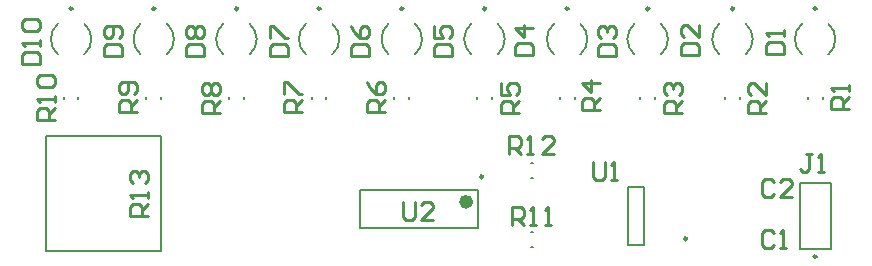
<source format=gto>
G04*
G04 #@! TF.GenerationSoftware,Altium Limited,Altium Designer,21.3.2 (30)*
G04*
G04 Layer_Color=65535*
%FSLAX44Y44*%
%MOMM*%
G71*
G04*
G04 #@! TF.SameCoordinates,17D3A228-CD5A-42E2-9B72-4466C132A87E*
G04*
G04*
G04 #@! TF.FilePolarity,Positive*
G04*
G01*
G75*
%ADD10C,0.2500*%
%ADD11C,0.6000*%
%ADD12C,0.2000*%
%ADD13C,0.2540*%
D10*
X571284Y30950D02*
G03*
X571284Y30950I-1250J0D01*
G01*
X398649Y83492D02*
G03*
X398649Y83492I-1250J0D01*
G01*
X681250Y225750D02*
G03*
X681250Y225750I-1250J0D01*
G01*
X611250D02*
G03*
X611250Y225750I-1250J0D01*
G01*
X539431Y225750D02*
G03*
X539431Y225750I-1250J0D01*
G01*
X471250Y225750D02*
G03*
X471250Y225750I-1250J0D01*
G01*
X401250D02*
G03*
X401250Y225750I-1250J0D01*
G01*
X331250D02*
G03*
X331250Y225750I-1250J0D01*
G01*
X261250D02*
G03*
X261250Y225750I-1250J0D01*
G01*
X191250D02*
G03*
X191250Y225750I-1250J0D01*
G01*
X121250D02*
G03*
X121250Y225750I-1250J0D01*
G01*
X51250D02*
G03*
X51250Y225750I-1250J0D01*
G01*
X681250Y15750D02*
G03*
X681250Y15750I-1250J0D01*
G01*
D11*
X387449Y62242D02*
G03*
X387449Y62242I-3000J0D01*
G01*
D12*
X668800Y213000D02*
G03*
X668800Y187000I11186J-13000D01*
G01*
X691200D02*
G03*
X691200Y213000I-11186J13000D01*
G01*
X598800D02*
G03*
X598800Y187000I11186J-13000D01*
G01*
X621200D02*
G03*
X621200Y213000I-11186J13000D01*
G01*
X526981Y213000D02*
G03*
X526981Y187000I11186J-13000D01*
G01*
X549381D02*
G03*
X549381Y213000I-11186J13000D01*
G01*
X458800Y213000D02*
G03*
X458800Y187000I11186J-13000D01*
G01*
X481200D02*
G03*
X481200Y213000I-11186J13000D01*
G01*
X388800D02*
G03*
X388800Y187000I11186J-13000D01*
G01*
X411200D02*
G03*
X411200Y213000I-11186J13000D01*
G01*
X318800D02*
G03*
X318800Y187000I11186J-13000D01*
G01*
X341200D02*
G03*
X341200Y213000I-11186J13000D01*
G01*
X248800D02*
G03*
X248800Y187000I11186J-13000D01*
G01*
X271200D02*
G03*
X271200Y213000I-11186J13000D01*
G01*
X178800D02*
G03*
X178800Y187000I11186J-13000D01*
G01*
X201200D02*
G03*
X201200Y213000I-11186J13000D01*
G01*
X108800D02*
G03*
X108800Y187000I11186J-13000D01*
G01*
X131200D02*
G03*
X131200Y213000I-11186J13000D01*
G01*
X38800D02*
G03*
X38800Y187000I11186J-13000D01*
G01*
X61200D02*
G03*
X61200Y213000I-11186J13000D01*
G01*
X439000Y82418D02*
X441000D01*
X439000Y94918D02*
X441000D01*
X439000Y23750D02*
X441000D01*
X439000Y36250D02*
X441000D01*
X673750Y149000D02*
Y151000D01*
X686250Y149000D02*
Y151000D01*
X43750Y149000D02*
Y151000D01*
X56250Y149000D02*
Y151000D01*
X113750Y149000D02*
Y151000D01*
X126250Y149000D02*
Y151000D01*
X183750Y149000D02*
Y151000D01*
X196250Y149000D02*
Y151000D01*
X253750Y149000D02*
Y151000D01*
X266250Y149000D02*
Y151000D01*
X531931Y149000D02*
Y151000D01*
X544431Y149000D02*
Y151000D01*
X603750Y149000D02*
Y151000D01*
X616250Y149000D02*
Y151000D01*
X393750Y149000D02*
Y151000D01*
X406250Y149000D02*
Y151000D01*
X463750Y149000D02*
Y151000D01*
X476250Y149000D02*
Y151000D01*
X323750Y149000D02*
Y151000D01*
X336250Y149000D02*
Y151000D01*
X521262Y25475D02*
X534843D01*
X521262D02*
Y74525D01*
X534843D01*
Y25475D02*
Y74525D01*
X28773Y118223D02*
X126573D01*
X28773Y20423D02*
Y118223D01*
Y20423D02*
X126573D01*
Y118223D01*
X294449Y72242D02*
X394449D01*
X294449Y40243D02*
X394449D01*
Y72242D01*
X294449Y40243D02*
Y72242D01*
X666800Y22100D02*
X693200D01*
Y77900D01*
X666800D02*
X693200D01*
X666800Y22100D02*
Y77900D01*
D13*
X645008Y35572D02*
X642469Y38112D01*
X637390D01*
X634851Y35572D01*
Y25416D01*
X637390Y22877D01*
X642469D01*
X645008Y25416D01*
X650086Y22877D02*
X655164D01*
X652625D01*
Y38112D01*
X650086Y35572D01*
X645156Y79102D02*
X642616Y81641D01*
X637538D01*
X634999Y79102D01*
Y68945D01*
X637538Y66406D01*
X642616D01*
X645156Y68945D01*
X660391Y66406D02*
X650234D01*
X660391Y76563D01*
Y79102D01*
X657851Y81641D01*
X652773D01*
X650234Y79102D01*
X421213Y102412D02*
Y117647D01*
X428831D01*
X431370Y115108D01*
Y110030D01*
X428831Y107491D01*
X421213D01*
X426292D02*
X431370Y102412D01*
X436448D02*
X441527D01*
X438988D01*
Y117647D01*
X436448Y115108D01*
X459301Y102412D02*
X449144D01*
X459301Y112569D01*
Y115108D01*
X456762Y117647D01*
X451683D01*
X449144Y115108D01*
X423495Y42382D02*
Y57618D01*
X431113D01*
X433652Y55078D01*
Y50000D01*
X431113Y47461D01*
X423495D01*
X428574D02*
X433652Y42382D01*
X438730D02*
X443809D01*
X441270D01*
Y57618D01*
X438730Y55078D01*
X451426Y42382D02*
X456505D01*
X453965D01*
Y57618D01*
X451426Y55078D01*
X331316Y61732D02*
Y49036D01*
X333855Y46497D01*
X338933D01*
X341473Y49036D01*
Y61732D01*
X356708Y46497D02*
X346551D01*
X356708Y56653D01*
Y59193D01*
X354169Y61732D01*
X349090D01*
X346551Y59193D01*
X492213Y95904D02*
Y83208D01*
X494753Y80669D01*
X499831D01*
X502370Y83208D01*
Y95904D01*
X507448Y80669D02*
X512527D01*
X509988D01*
Y95904D01*
X507448Y93365D01*
X115290Y50279D02*
X100056D01*
Y57897D01*
X102595Y60436D01*
X107673D01*
X110212Y57897D01*
Y50279D01*
Y55357D02*
X115290Y60436D01*
Y65514D02*
Y70592D01*
Y68053D01*
X100056D01*
X102595Y65514D01*
Y78210D02*
X100056Y80749D01*
Y85828D01*
X102595Y88367D01*
X105134D01*
X107673Y85828D01*
Y83288D01*
Y85828D01*
X110212Y88367D01*
X112751D01*
X115290Y85828D01*
Y80749D01*
X112751Y78210D01*
X36760Y131829D02*
X21525D01*
Y139447D01*
X24064Y141986D01*
X29143D01*
X31682Y139447D01*
Y131829D01*
Y136907D02*
X36760Y141986D01*
Y147064D02*
Y152142D01*
Y149603D01*
X21525D01*
X24064Y147064D01*
Y159760D02*
X21525Y162299D01*
Y167378D01*
X24064Y169917D01*
X34221D01*
X36760Y167378D01*
Y162299D01*
X34221Y159760D01*
X24064D01*
X106085Y138177D02*
X90850D01*
Y145795D01*
X93389Y148334D01*
X98468D01*
X101007Y145795D01*
Y138177D01*
Y143255D02*
X106085Y148334D01*
X103546Y153412D02*
X106085Y155951D01*
Y161030D01*
X103546Y163569D01*
X93389D01*
X90850Y161030D01*
Y155951D01*
X93389Y153412D01*
X95929D01*
X98468Y155951D01*
Y163569D01*
X176485Y137640D02*
X161250D01*
Y145257D01*
X163789Y147796D01*
X168868D01*
X171407Y145257D01*
Y137640D01*
Y142718D02*
X176485Y147796D01*
X163789Y152875D02*
X161250Y155414D01*
Y160492D01*
X163789Y163031D01*
X166328D01*
X168868Y160492D01*
X171407Y163031D01*
X173946D01*
X176485Y160492D01*
Y155414D01*
X173946Y152875D01*
X171407D01*
X168868Y155414D01*
X166328Y152875D01*
X163789D01*
X168868Y155414D02*
Y160492D01*
X245273Y138177D02*
X230038D01*
Y145794D01*
X232577Y148334D01*
X237655D01*
X240194Y145794D01*
Y138177D01*
Y143255D02*
X245273Y148334D01*
X230038Y153412D02*
Y163569D01*
X232577D01*
X242733Y153412D01*
X245273D01*
X316210Y138177D02*
X300975D01*
Y145794D01*
X303514Y148334D01*
X308593D01*
X311132Y145794D01*
Y138177D01*
Y143255D02*
X316210Y148334D01*
X300975Y163569D02*
X303514Y158490D01*
X308593Y153412D01*
X313671D01*
X316210Y155951D01*
Y161030D01*
X313671Y163569D01*
X311132D01*
X308593Y161030D01*
Y153412D01*
X429602Y137640D02*
X414367D01*
Y145257D01*
X416907Y147796D01*
X421985D01*
X424524Y145257D01*
Y137640D01*
Y142718D02*
X429602Y147796D01*
X414367Y163031D02*
Y152875D01*
X421985D01*
X419446Y157953D01*
Y160492D01*
X421985Y163031D01*
X427063D01*
X429602Y160492D01*
Y155414D01*
X427063Y152875D01*
X497853Y140327D02*
X482618D01*
Y147944D01*
X485157Y150483D01*
X490235D01*
X492774Y147944D01*
Y140327D01*
Y145405D02*
X497853Y150483D01*
Y163179D02*
X482618D01*
X490235Y155562D01*
Y165718D01*
X567617Y137304D02*
X552383D01*
Y144922D01*
X554922Y147461D01*
X560000D01*
X562539Y144922D01*
Y137304D01*
Y142382D02*
X567617Y147461D01*
X554922Y152539D02*
X552383Y155078D01*
Y160157D01*
X554922Y162696D01*
X557461D01*
X560000Y160157D01*
Y157618D01*
Y160157D01*
X562539Y162696D01*
X565078D01*
X567617Y160157D01*
Y155078D01*
X565078Y152539D01*
X638116Y137102D02*
X622880D01*
Y144719D01*
X625420Y147259D01*
X630498D01*
X633037Y144719D01*
Y137102D01*
Y142180D02*
X638116Y147259D01*
Y162494D02*
Y152337D01*
X627959Y162494D01*
X625420D01*
X622880Y159955D01*
Y154876D01*
X625420Y152337D01*
X709053Y140716D02*
X693818D01*
Y148333D01*
X696357Y150873D01*
X701435D01*
X703975Y148333D01*
Y140716D01*
Y145794D02*
X709053Y150873D01*
Y155951D02*
Y161029D01*
Y158490D01*
X693818D01*
X696357Y155951D01*
X677395Y102712D02*
X672317D01*
X674856D01*
Y90016D01*
X672317Y87477D01*
X669778D01*
X667238Y90016D01*
X682474Y87477D02*
X687552D01*
X685013D01*
Y102712D01*
X682474Y100173D01*
X8688Y179053D02*
X23923D01*
Y186670D01*
X21384Y189210D01*
X11227D01*
X8688Y186670D01*
Y179053D01*
X23923Y194288D02*
Y199366D01*
Y196827D01*
X8688D01*
X11227Y194288D01*
Y206984D02*
X8688Y209523D01*
Y214601D01*
X11227Y217141D01*
X21384D01*
X23923Y214601D01*
Y209523D01*
X21384Y206984D01*
X11227D01*
X77967Y185663D02*
X93202D01*
Y193281D01*
X90663Y195820D01*
X80506D01*
X77967Y193281D01*
Y185663D01*
X90663Y200898D02*
X93202Y203438D01*
Y208516D01*
X90663Y211055D01*
X80506D01*
X77967Y208516D01*
Y203438D01*
X80506Y200898D01*
X83046D01*
X85585Y203438D01*
Y211055D01*
X147509Y185926D02*
X162744D01*
Y193543D01*
X160205Y196082D01*
X150049D01*
X147509Y193543D01*
Y185926D01*
X150049Y201161D02*
X147509Y203700D01*
Y208778D01*
X150049Y211317D01*
X152588D01*
X155127Y208778D01*
X157666Y211317D01*
X160205D01*
X162744Y208778D01*
Y203700D01*
X160205Y201161D01*
X157666D01*
X155127Y203700D01*
X152588Y201161D01*
X150049D01*
X155127Y203700D02*
Y208778D01*
X218101Y185926D02*
X233336D01*
Y193543D01*
X230797Y196082D01*
X220640D01*
X218101Y193543D01*
Y185926D01*
Y201161D02*
Y211317D01*
X220640D01*
X230797Y201161D01*
X233336D01*
X286855Y185926D02*
X302090D01*
Y193543D01*
X299551Y196082D01*
X289395D01*
X286855Y193543D01*
Y185926D01*
Y211317D02*
X289395Y206239D01*
X294473Y201161D01*
X299551D01*
X302090Y203700D01*
Y208778D01*
X299551Y211317D01*
X297012D01*
X294473Y208778D01*
Y201161D01*
X356922Y185926D02*
X372157D01*
Y193543D01*
X369618Y196082D01*
X359461D01*
X356922Y193543D01*
Y185926D01*
Y211318D02*
Y201161D01*
X364539D01*
X362000Y206239D01*
Y208778D01*
X364539Y211318D01*
X369618D01*
X372157Y208778D01*
Y203700D01*
X369618Y201161D01*
X425938Y186188D02*
X441174D01*
Y193806D01*
X438634Y196345D01*
X428478D01*
X425938Y193806D01*
Y186188D01*
X441174Y209041D02*
X425938D01*
X433556Y201423D01*
Y211580D01*
X496530Y185926D02*
X511765D01*
Y193543D01*
X509225Y196082D01*
X499069D01*
X496530Y193543D01*
Y185926D01*
X499069Y201161D02*
X496530Y203700D01*
Y208778D01*
X499069Y211317D01*
X501608D01*
X504147Y208778D01*
Y206239D01*
Y208778D01*
X506686Y211317D01*
X509225D01*
X511765Y208778D01*
Y203700D01*
X509225Y201161D01*
X566334Y186188D02*
X581569D01*
Y193806D01*
X579030Y196345D01*
X568873D01*
X566334Y193806D01*
Y186188D01*
X581569Y211580D02*
Y201423D01*
X571412Y211580D01*
X568873D01*
X566334Y209041D01*
Y203962D01*
X568873Y201423D01*
X638386Y187260D02*
X653621D01*
Y194877D01*
X651082Y197417D01*
X640925D01*
X638386Y194877D01*
Y187260D01*
X653621Y202495D02*
Y207573D01*
Y205034D01*
X638386D01*
X640925Y202495D01*
M02*

</source>
